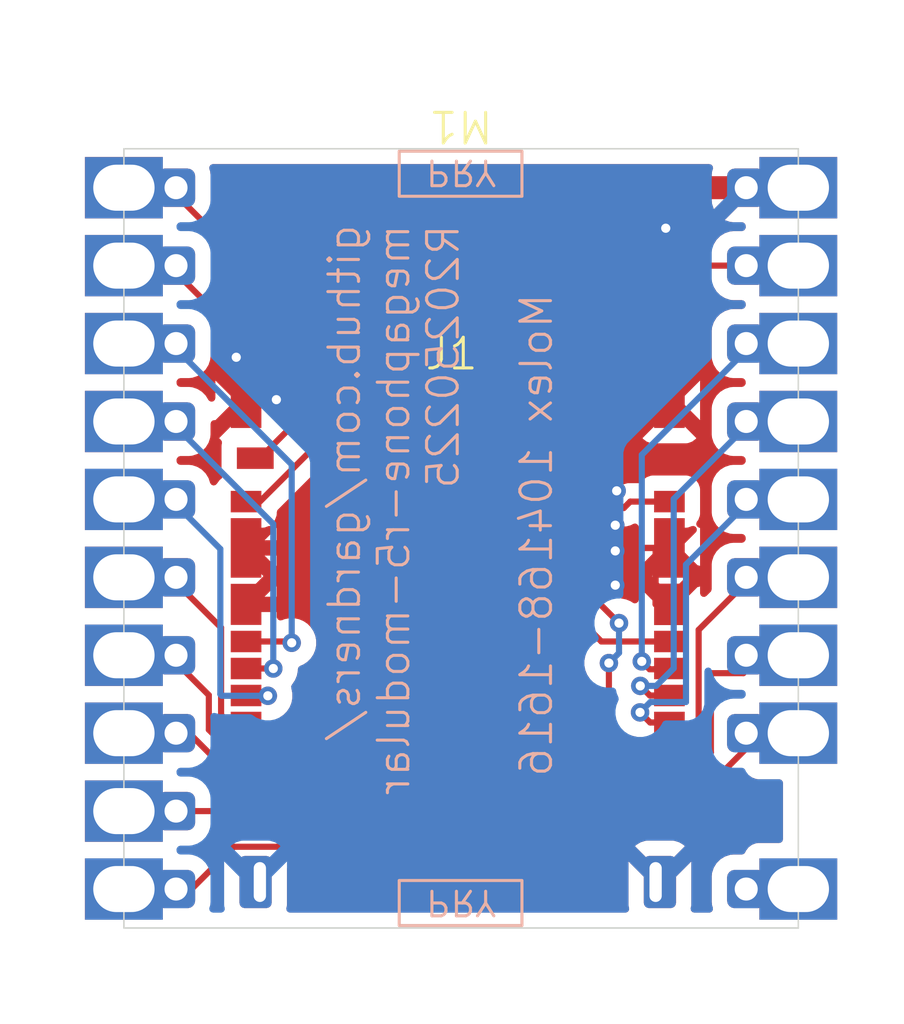
<source format=kicad_pcb>
(kicad_pcb (version 20241229) (generator "pcbnew") (generator_version "9.0")
  (layers (0 "F.Cu" signal) (2 "B.Cu" signal) (13 "F.Paste" user) (15 "B.Paste" user) (5 "F.SilkS" user "F.Silkscreen") (7 "B.SilkS" user "B.Silkscreen") (1 "F.Mask" user) (3 "B.Mask" user) (25 "Edge.Cuts" user))
  (net 0 "")
  (net 1 "SIM_AUX1")
  (net 2 "SD_GND")
  (net 3 "SD_DAT2")
  (net 4 "SIM_CLK")
  (net 5 "SIM_AUX2")
  (net 6 "GND")
  (net 7 "SD_DAT1")
  (net 8 "SD_CD")
  (net 9 "SD_VDD")
  (net 10 "SIM_VCC")
  (net 11 "SD_CLK")
  (net 12 "SIM_GND")
  (net 13 "SIM_VPP")
  (net 14 "SIM_RESET")
  (net 15 "SD_PRESENT")
  (net 16 "SD_CMD")
  (net 17 "SIM_DATA")
  (net 18 "SD_DAT0")
  (footprint "sim-and-sd-card:Molex 104168-1616 SIM and SD Card" (layer "F.Cu") (at 58.132 60.0398)
    (property "Reference" "J1" (at 0 -18.5166 0) (layer "F.SilkS") (effects (font (thickness 0.1))))
    (property "Value" "~")
    (pad "G1" thru_hole roundrect (at -6.2546 -1.3016) (size 1.05 1.7) (drill oval 0.4 1.3 (offset -0.14 0)) (layers "*.Cu" "*.Mask") (roundrect_rratio 0.1640419948) (net 6 "GND"))
    (pad "G2" smd rect (at -6.2546 -10.3516 180) (size 1 1.34) (drill oval (offset 0.45 0)) (layers "F.Cu" "F.Mask" "F.Paste") (net 6 "GND"))
    (pad "G3" smd rect (at -6.2546 -12.1916 180) (size 1 1.94) (drill oval (offset 0.45 0)) (layers "F.Cu" "F.Mask" "F.Paste") (net 6 "GND"))
    (pad "G4" smd rect (at -6.2546 -17.0016 180) (size 1 1.8) (drill oval (offset 0.45 0)) (layers "F.Cu" "F.Mask" "F.Paste") (net 6 "GND"))
    (pad "G5" smd rect (at 6.6554 -17.0016 180) (size 1 1.8) (drill oval (offset -0.45 0)) (layers "F.Cu" "F.Mask" "F.Paste") (net 6 "GND"))
    (pad "G6" smd rect (at 6.6554 -12.1916 180) (size 1 1.94) (drill oval (offset -0.45 0)) (layers "F.Cu" "F.Mask" "F.Paste") (net 6 "GND"))
    (pad "G7" smd rect (at 6.6554 -10.3516 180) (size 1 1.35) (drill oval (offset -0.45 0)) (layers "F.Cu" "F.Mask" "F.Paste") (net 6 "GND"))
    (pad "G8" thru_hole roundrect (at 6.6554 -1.3016 180) (size 1.05 1.7) (drill oval 0.4 1.3 (offset -0.14 0)) (layers "*.Cu" "*.Mask") (roundrect_rratio 0.1640419948) (net 6 "GND"))
    (pad "S/W" smd rect (at -6.2546 -15.1166 180) (size 1.2 0.7) (drill oval (offset 0.15 0)) (layers "F.Cu" "F.Mask" "F.Paste") (net 15 "SD_PRESENT"))
    (pad "S1" smd rect (at 6.6554 -3.8616 180) (size 1 0.7) (drill oval (offset -0.45 0)) (layers "F.Cu" "F.Mask" "F.Paste") (net 10 "SIM_VCC"))
    (pad "S2" smd rect (at 6.6554 -4.7416 180) (size 1 0.7) (drill oval (offset -0.45 0)) (layers "F.Cu" "F.Mask" "F.Paste") (net 14 "SIM_RESET"))
    (pad "S3" smd rect (at -6.2546 -4.7416 180) (size 1 0.7) (drill oval (offset 0.45 0)) (layers "F.Cu" "F.Mask" "F.Paste") (net 4 "SIM_CLK"))
    (pad "S4" smd rect (at -6.2546 -3.8616 180) (size 1 0.7) (drill oval (offset 0.45 0)) (layers "F.Cu" "F.Mask" "F.Paste") (net 1 "SIM_AUX1"))
    (pad "S5" smd rect (at 6.6554 -7.3816 180) (size 1 0.7) (drill oval (offset -0.45 0)) (layers "F.Cu" "F.Mask" "F.Paste") (net 12 "SIM_GND"))
    (pad "S6" smd rect (at 6.6554 -5.6216 180) (size 1 0.7) (drill oval (offset -0.45 0)) (layers "F.Cu" "F.Mask" "F.Paste") (net 13 "SIM_VPP"))
    (pad "S7" smd rect (at -6.2546 -5.6216 180) (size 1 0.7) (drill oval (offset 0.45 0)) (layers "F.Cu" "F.Mask" "F.Paste") (net 17 "SIM_DATA"))
    (pad "S8" smd rect (at -6.2546 -7.3816 180) (size 1 0.7) (drill oval (offset 0.45 0)) (layers "F.Cu" "F.Mask" "F.Paste") (net 5 "SIM_AUX2"))
    (pad "T1" smd rect (at 6.6554 -13.7016 180) (size 1 0.7) (drill oval (offset -0.45 0)) (layers "F.Cu" "F.Mask" "F.Paste") (net 3 "SD_DAT2"))
    (pad "T2" smd rect (at 6.6554 -9.1416 180) (size 1 0.7) (drill oval (offset -0.45 0)) (layers "F.Cu" "F.Mask" "F.Paste") (net 8 "SD_CD"))
    (pad "T3" smd rect (at 6.6554 -8.2616 180) (size 1 0.7) (drill oval (offset -0.45 0)) (layers "F.Cu" "F.Mask" "F.Paste") (net 16 "SD_CMD"))
    (pad "T4" smd rect (at 6.6554 -6.5016 180) (size 1 0.7) (drill oval (offset -0.45 0)) (layers "F.Cu" "F.Mask" "F.Paste") (net 9 "SD_VDD"))
    (pad "T5" smd rect (at -6.2546 -6.5016 180) (size 1 0.7) (drill oval (offset 0.45 0)) (layers "F.Cu" "F.Mask" "F.Paste") (net 11 "SD_CLK"))
    (pad "T6" smd rect (at -6.2546 -8.2616 180) (size 1 0.7) (drill oval (offset 0.45 0)) (layers "F.Cu" "F.Mask" "F.Paste") (net 2 "SD_GND"))
    (pad "T7" smd rect (at -6.2546 -9.1416 180) (size 1 0.7) (drill oval (offset 0.45 0)) (layers "F.Cu" "F.Mask" "F.Paste") (net 18 "SD_DAT0"))
    (pad "T8" smd rect (at -6.2546 -13.7016 180) (size 1 0.7) (drill oval (offset 0.45 0)) (layers "F.Cu" "F.Mask" "F.Paste") (net 7 "SD_DAT1"))
  )
  (footprint "MegaCastle:MegaCastle2x10-Module-I22.0x20.6-MBFFFF-SPAREPAD" (layer "F.Cu") (at 58.4428 47.5368 180)
    (property "Reference" "M1" (at 0.0098 13.4288 180) (layer "F.SilkS") (effects (font (thickness 0.1))))
    (property "Value" "~")
    (fp_rect (start -1.984241 11.151) (end 2.019516 12.62) (stroke (width 0.1)) (fill no) (layer "B.SilkS"))
    (fp_rect (start -1.984241 -11.151) (end 2.019516 -12.62) (stroke (width 0.1)) (fill no) (layer "B.SilkS"))
    (fp_line (start 11 -12.7) (end 11 12.7) (stroke (width 0.05)) (layer "Edge.Cuts"))
    (fp_line (start -11 12.7) (end 11 12.7) (stroke (width 0.05)) (layer "Edge.Cuts"))
    (fp_line (start -11 -12.7) (end 11 -12.7) (stroke (width 0.05)) (layer "Edge.Cuts"))
    (fp_line (start -11 -12.7) (end -11 12.7) (stroke (width 0.05)) (layer "Edge.Cuts"))
    (fp_text user "PRY" (at 0 -11.4 180) (layer "B.SilkS") (effects (font (size 0.8 0.8) (thickness 0.1)) (justify bottom mirror)))
    (fp_text user "PRY" (at 0 12.4 180) (layer "B.SilkS") (effects (font (size 0.8 0.8) (thickness 0.1)) (justify bottom mirror)))
    (pad "1" thru_hole rect (at -11 -11.43 180) (size 2.54 2) (drill oval 2 1.5) (property pad_prop_castellated) (layers "*.Cu" "*.Mask"))
    (pad "1" thru_hole roundrect (at -9.3 -11.43) (size 1.25 1.25) (drill 0.75) (layers "*.Cu" "*.Mask") (roundrect_rratio 0.2))
    (pad "3" thru_hole rect (at -11 -6.35 180) (size 2.54 2) (drill oval 2 1.5) (property pad_prop_castellated) (layers "*.Cu" "*.Mask") (net 10 "SIM_VCC"))
    (pad "3" thru_hole roundrect (at -9.3 -6.35) (size 1.25 1.25) (drill 0.75) (layers "*.Cu" "*.Mask") (roundrect_rratio 0.2) (net 10 "SIM_VCC"))
    (pad "4" thru_hole rect (at -11 -3.81 180) (size 2.54 2) (drill oval 2 1.5) (property pad_prop_castellated) (layers "*.Cu" "*.Mask") (net 14 "SIM_RESET"))
    (pad "4" thru_hole roundrect (at -9.3 -3.81) (size 1.25 1.25) (drill 0.75) (layers "*.Cu" "*.Mask") (roundrect_rratio 0.2) (net 14 "SIM_RESET"))
    (pad "5" thru_hole rect (at -11 -1.27 180) (size 2.54 2) (drill oval 2 1.5) (property pad_prop_castellated) (layers "*.Cu" "*.Mask") (net 13 "SIM_VPP"))
    (pad "5" thru_hole roundrect (at -9.3 -1.27) (size 1.25 1.25) (drill 0.75) (layers "*.Cu" "*.Mask") (roundrect_rratio 0.2) (net 13 "SIM_VPP"))
    (pad "6" thru_hole rect (at -11 1.27 180) (size 2.54 2) (drill oval 2 1.5) (property pad_prop_castellated) (layers "*.Cu" "*.Mask") (net 9 "SD_VDD"))
    (pad "6" thru_hole roundrect (at -9.3 1.27) (size 1.25 1.25) (drill 0.75) (layers "*.Cu" "*.Mask") (roundrect_rratio 0.2) (net 9 "SD_VDD"))
    (pad "7" thru_hole rect (at -11 3.81 180) (size 2.54 2) (drill oval 2 1.5) (property pad_prop_castellated) (layers "*.Cu" "*.Mask") (net 12 "SIM_GND"))
    (pad "7" thru_hole roundrect (at -9.3 3.81) (size 1.25 1.25) (drill 0.75) (layers "*.Cu" "*.Mask") (roundrect_rratio 0.2) (net 12 "SIM_GND"))
    (pad "8" thru_hole rect (at -11 6.35 180) (size 2.54 2) (drill oval 2 1.5) (property pad_prop_castellated) (layers "*.Cu" "*.Mask") (net 16 "SD_CMD"))
    (pad "8" thru_hole roundrect (at -9.3 6.35) (size 1.25 1.25) (drill 0.75) (layers "*.Cu" "*.Mask") (roundrect_rratio 0.2) (net 16 "SD_CMD"))
    (pad "9" thru_hole rect (at -11 8.89 180) (size 2.54 2) (drill oval 2 1.5) (property pad_prop_castellated) (layers "*.Cu" "*.Mask") (net 8 "SD_CD"))
    (pad "9" thru_hole roundrect (at -9.3 8.89) (size 1.25 1.25) (drill 0.75) (layers "*.Cu" "*.Mask") (roundrect_rratio 0.2) (net 8 "SD_CD"))
    (pad "10" thru_hole rect (at -11 11.43 180) (size 2.54 2) (drill oval 2 1.5) (property pad_prop_castellated) (layers "*.Cu" "*.Mask") (net 6 "GND"))
    (pad "10" thru_hole roundrect (at -9.3 11.43) (size 1.25 1.25) (drill 0.75) (layers "*.Cu" "*.Mask") (roundrect_rratio 0.2) (net 6 "GND"))
    (pad "11" thru_hole roundrect (at 9.3 -11.43) (size 1.25 1.25) (drill 0.75) (layers "*.Cu" "*.Mask") (roundrect_rratio 0.2) (net 3 "SD_DAT2"))
    (pad "11" thru_hole rect (at 11 -11.43 180) (size 2.54 2) (drill oval 2 1.5) (property pad_prop_castellated) (layers "*.Cu" "*.Mask") (net 3 "SD_DAT2"))
    (pad "12" thru_hole roundrect (at 9.3 -8.89) (size 1.25 1.25) (drill 0.75) (layers "*.Cu" "*.Mask") (roundrect_rratio 0.2) (net 1 "SIM_AUX1"))
    (pad "12" thru_hole rect (at 11 -8.89 180) (size 2.54 2) (drill oval 2 1.5) (property pad_prop_castellated) (layers "*.Cu" "*.Mask") (net 1 "SIM_AUX1"))
    (pad "13" thru_hole roundrect (at 9.3 -6.35) (size 1.25 1.25) (drill 0.75) (layers "*.Cu" "*.Mask") (roundrect_rratio 0.2) (net 4 "SIM_CLK"))
    (pad "13" thru_hole rect (at 11 -6.35 180) (size 2.54 2) (drill oval 2 1.5) (property pad_prop_castellated) (layers "*.Cu" "*.Mask") (net 4 "SIM_CLK"))
    (pad "14" thru_hole roundrect (at 9.3 -3.81) (size 1.25 1.25) (drill 0.75) (layers "*.Cu" "*.Mask") (roundrect_rratio 0.2) (net 17 "SIM_DATA"))
    (pad "14" thru_hole rect (at 11 -3.81 180) (size 2.54 2) (drill oval 2 1.5) (property pad_prop_castellated) (layers "*.Cu" "*.Mask") (net 17 "SIM_DATA"))
    (pad "15" thru_hole roundrect (at 9.3 -1.27) (size 1.25 1.25) (drill 0.75) (layers "*.Cu" "*.Mask") (roundrect_rratio 0.2) (net 11 "SD_CLK"))
    (pad "15" thru_hole rect (at 11 -1.27 180) (size 2.54 2) (drill oval 2 1.5) (property pad_prop_castellated) (layers "*.Cu" "*.Mask") (net 11 "SD_CLK"))
    (pad "16" thru_hole roundrect (at 9.3 1.27) (size 1.25 1.25) (drill 0.75) (layers "*.Cu" "*.Mask") (roundrect_rratio 0.2) (net 5 "SIM_AUX2"))
    (pad "16" thru_hole rect (at 11 1.27 180) (size 2.54 2) (drill oval 2 1.5) (property pad_prop_castellated) (layers "*.Cu" "*.Mask") (net 5 "SIM_AUX2"))
    (pad "17" thru_hole roundrect (at 9.3 3.81) (size 1.25 1.25) (drill 0.75) (layers "*.Cu" "*.Mask") (roundrect_rratio 0.2) (net 2 "SD_GND"))
    (pad "17" thru_hole rect (at 11 3.81 180) (size 2.54 2) (drill oval 2 1.5) (property pad_prop_castellated) (layers "*.Cu" "*.Mask") (net 2 "SD_GND"))
    (pad "18" thru_hole roundrect (at 9.3 6.35) (size 1.25 1.25) (drill 0.75) (layers "*.Cu" "*.Mask") (roundrect_rratio 0.2) (net 18 "SD_DAT0"))
    (pad "18" thru_hole rect (at 11 6.35 180) (size 2.54 2) (drill oval 2 1.5) (property pad_prop_castellated) (layers "*.Cu" "*.Mask") (net 18 "SD_DAT0"))
    (pad "19" thru_hole roundrect (at 9.3 8.89) (size 1.25 1.25) (drill 0.75) (layers "*.Cu" "*.Mask") (roundrect_rratio 0.2) (net 15 "SD_PRESENT"))
    (pad "19" thru_hole rect (at 11 8.89 180) (size 2.54 2) (drill oval 2 1.5) (property pad_prop_castellated) (layers "*.Cu" "*.Mask") (net 15 "SD_PRESENT"))
    (pad "20" thru_hole roundrect (at 9.3 11.43) (size 1.25 1.25) (drill 0.75) (layers "*.Cu" "*.Mask") (roundrect_rratio 0.2) (net 7 "SD_DAT1"))
    (pad "20" thru_hole rect (at 11 11.43 180) (size 2.54 2) (drill oval 2 1.5) (property pad_prop_castellated) (layers "*.Cu" "*.Mask") (net 7 "SD_DAT1"))
  )
  (gr_text "Molex 104168-1616" (at 61.4854 39.485 90) (layer "B.SilkS") (effects (font (size 1 1) (thickness 0.1)) (justify left bottom mirror)))
  (gr_text "github.com/gardners/\nmegaphone-r5-modular\nR20250225" (at 58.4428 37.2368 90) (layer "B.SilkS") (effects (font (size 1 1) (thickness 0.1)) (justify left bottom mirror)))
  (segment (start 51.8774 56.1782) (end 51.6288 56.4268) (width 0.2) (layer "F.Cu") (net 1))
  (segment (start 51.6288 56.4268) (end 48.6428 56.4268) (width 0.2) (layer "F.Cu") (net 1))
  (segment (start 51.8774 51.7782) (end 52.3156 51.7782) (width 0.2) (layer "F.Cu") (net 2))
  (segment (start 52.3156 51.7782) (end 52.316 51.7786) (width 0.2) (layer "F.Cu") (net 2))
  (via (at 52.316 51.7786) (size 0.6) (drill 0.3) (layers "F.Cu" "B.Cu") (net 2))
  (segment (start 52.316 51.7786) (end 52.316 47.07) (width 0.2) (layer "B.Cu") (net 2))
  (segment (start 52.316 47.07) (end 48.9728 43.7268) (width 0.2) (layer "B.Cu") (net 2))
  (segment (start 48.9728 43.7268) (end 48.6428 43.7268) (width 0.2) (layer "B.Cu") (net 2))
  (segment (start 49.649 58.9668) (end 48.6428 58.9668) (width 0.2) (layer "F.Cu") (net 3))
  (segment (start 61.3146 57.5882) (end 51.0276 57.5882) (width 0.2) (layer "F.Cu") (net 3))
  (segment (start 48.633 58.9668) (end 48.903 58.9668) (width 0.2) (layer "F.Cu") (net 3))
  (segment (start 51.0276 57.5882) (end 49.649 58.9668) (width 0.2) (layer "F.Cu") (net 3))
  (segment (start 64.7874 46.3382) (end 63.95856 46.3382) (width 0.2) (layer "F.Cu") (net 3))
  (segment (start 63.2368 46.5474) (end 62.9122 46.872) (width 0.2) (layer "F.Cu") (net 3))
  (segment (start 63.2634 51.6008) (end 63.2634 55.6394) (width 0.2) (layer "F.Cu") (net 3))
  (segment (start 63.2634 55.6394) (end 61.3146 57.5882) (width 0.2) (layer "F.Cu") (net 3))
  (segment (start 63.95856 46.3382) (end 63.74936 46.5474) (width 0.2) (layer "F.Cu") (net 3))
  (segment (start 62.9122 46.872) (end 62.9122 49.6168) (width 0.2) (layer "F.Cu") (net 3))
  (segment (start 62.9122 49.6168) (end 63.5936 50.2982) (width 0.2) (layer "F.Cu") (net 3))
  (segment (start 63.74936 46.5474) (end 63.2368 46.5474) (width 0.2) (layer "F.Cu") (net 3))
  (via (at 63.5936 50.2982) (size 0.6) (drill 0.3) (layers "F.Cu" "B.Cu") (net 3))
  (via (at 63.2634 51.6008) (size 0.6) (drill 0.3) (layers "F.Cu" "B.Cu") (net 3))
  (segment (start 63.5936 50.2982) (end 63.5936 51.2706) (width 0.2) (layer "B.Cu") (net 3))
  (segment (start 63.5936 51.2706) (end 63.2634 51.6008) (width 0.2) (layer "B.Cu") (net 3))
  (segment (start 49.5728 53.8868) (end 48.6428 53.8868) (width 0.2) (layer "F.Cu") (net 4))
  (segment (start 50.9842 55.2982) (end 49.5728 53.8868) (width 0.2) (layer "F.Cu") (net 4))
  (segment (start 51.8774 55.2982) (end 50.9842 55.2982) (width 0.2) (layer "F.Cu") (net 4))
  (segment (start 51.3922 52.6582) (end 51.3 52.566) (width 0.2) (layer "F.Cu") (net 5))
  (segment (start 51.8774 52.6582) (end 51.3922 52.6582) (width 0.2) (layer "F.Cu") (net 5))
  (segment (start 52.1288 52.6582) (end 52.1382 52.6676) (width 0.2) (layer "F.Cu") (net 5))
  (segment (start 51.8774 52.6582) (end 52.1288 52.6582) (width 0.2) (layer "F.Cu") (net 5))
  (via (at 52.1382 52.6676) (size 0.6) (drill 0.3) (layers "F.Cu" "B.Cu") (net 5))
  (segment (start 48.9728 46.2668) (end 48.6428 46.2668) (width 0.2) (layer "B.Cu") (net 5))
  (segment (start 52.1382 52.6676) (end 50.6396 52.6676) (width 0.2) (layer "B.Cu") (net 5))
  (segment (start 50.5888 52.6168) (end 50.5888 47.8828) (width 0.2) (layer "B.Cu") (net 5))
  (segment (start 50.5888 47.8828) (end 48.9728 46.2668) (width 0.2) (layer "B.Cu") (net 5))
  (segment (start 50.6396 52.6676) (end 50.5888 52.6168) (width 0.2) (layer "B.Cu") (net 5))
  (segment (start 51.8774 49.6882) (end 52.918 49.6882) (width 0.5) (layer "F.Cu") (net 6))
  (segment (start 64.7874 47.8482) (end 63.56948 47.8482) (width 0.2) (layer "F.Cu") (net 6))
  (segment (start 53.0272 47.8416) (end 53.0206 47.8482) (width 0.5) (layer "F.Cu") (net 6))
  (segment (start 63.56948 47.8482) (end 63.4722 47.94548) (width 0.2) (layer "F.Cu") (net 6))
  (segment (start 64.7874 47.8482) (end 64.213 47.8482) (width 0.2) (layer "F.Cu") (net 6))
  (segment (start 51.8774 47.8482) (end 53.0206 47.8482) (width 0.5) (layer "F.Cu") (net 6))
  (segment (start 65.1176 36.828606) (end 65.1176 37.4276) (width 0.75) (layer "F.Cu") (net 6))
  (segment (start 64.7874 49.518) (end 64.6858 49.4164) (width 0.2) (layer "F.Cu") (net 6))
  (segment (start 64.3302 49.0608) (end 63.4722 49.0608) (width 0.2) (layer "F.Cu") (net 6))
  (segment (start 64.7874 47.8482) (end 64.7874 49.6882) (width 0.2) (layer "F.Cu") (net 6))
  (segment (start 51.8774 43.0382) (end 51.8774 42.9834) (width 0.2) (layer "F.Cu") (net 6))
  (segment (start 51.8774 42.9834) (end 51.10742 42.21342) (width 0.2) (layer "F.Cu") (net 6))
  (segment (start 64.6858 49.4164) (end 64.3302 49.0608) (width 0.2) (layer "F.Cu") (net 6))
  (segment (start 51.8774 42.9834) (end 51.7826 42.8886) (width 0.2) (layer "F.Cu") (net 6))
  (segment (start 52.3938 43.0382) (end 52.4164 43.0156) (width 0.2) (layer "F.Cu") (net 6))
  (segment (start 65.839406 36.1068) (end 65.1176 36.828606) (width 0.75) (layer "F.Cu") (net 6))
  (segment (start 64.7874 49.6882) (end 64.7874 49.518) (width 0.2) (layer "F.Cu") (net 6))
  (segment (start 51.10742 42.21342) (end 51.10742 41.63338) (width 0.2) (layer "F.Cu") (net 6))
  (segment (start 68.233 36.1068) (end 65.839406 36.1068) (width 0.75) (layer "F.Cu") (net 6))
  (segment (start 64.213 47.8482) (end 63.4722 47.1074) (width 0.2) (layer "F.Cu") (net 6))
  (segment (start 52.918 49.6882) (end 52.9256 49.6958) (width 0.5) (layer "F.Cu") (net 6))
  (segment (start 51.8774 43.0382) (end 52.3938 43.0382) (width 0.2) (layer "F.Cu") (net 6))
  (via (at 51.10742 41.63338) (size 0.6) (drill 0.3) (layers "F.Cu" "B.Cu") (net 6))
  (via (at 63.4722 49.0608) (size 0.6) (drill 0.3) (layers "F.Cu" "B.Cu") (net 6))
  (via (at 63.5174 45.9874) (size 0.6) (drill 0.3) (layers "F.Cu" "B.Cu") (net 6))
  (via (at 65.1176 37.4276) (size 0.6) (drill 0.3) (layers "F.Cu" "B.Cu") (net 6))
  (via (at 63.4722 47.94548) (size 0.6) (drill 0.3) (layers "F.Cu" "B.Cu") (net 6))
  (via (at 63.4722 47.1074) (size 0.6) (drill 0.3) (layers "F.Cu" "B.Cu") (net 6))
  (via (at 52.4164 43.0156) (size 0.6) (drill 0.3) (layers "F.Cu" "B.Cu") (net 6))
  (segment (start 63.4722 49.0608) (end 63.4722 46.0326) (width 0.2) (layer "B.Cu") (net 6))
  (segment (start 63.4722 46.0326) (end 63.5174 45.9874) (width 0.2) (layer "B.Cu") (net 6))
  (segment (start 48.9128 36.1068) (end 53.5098 40.7038) (width 0.2) (layer "F.Cu") (net 7))
  (segment (start 48.6428 36.1068) (end 48.9128 36.1068) (width 0.2) (layer "F.Cu") (net 7))
  (segment (start 53.5098 40.7038) (end 53.5098 44.7058) (width 0.2) (layer "F.Cu") (net 7))
  (segment (start 53.5098 44.7058) (end 51.8774 46.3382) (width 0.2) (layer "F.Cu") (net 7))
  (segment (start 63.018 50.8982) (end 62.5522 50.4324) (width 0.2) (layer "F.Cu") (net 8))
  (segment (start 62.5522 50.4324) (end 62.5522 40.3486) (width 0.2) (layer "F.Cu") (net 8))
  (segment (start 64.254 38.6468) (end 68.233 38.6468) (width 0.2) (layer "F.Cu") (net 8))
  (segment (start 62.5522 40.3486) (end 64.254 38.6468) (width 0.2) (layer "F.Cu") (net 8))
  (segment (start 64.7874 50.8982) (end 63.018 50.8982) (width 0.2) (layer "F.Cu") (net 8))
  (segment (start 64.7874 53.5382) (end 64.608705 53.5382) (width 0.2) (layer "F.Cu") (net 9))
  (segment (start 64.608705 53.5382) (end 64.27948 53.208975) (width 0.2) (layer "F.Cu") (net 9))
  (via (at 64.27948 53.208975) (size 0.6) (drill 0.3) (layers "F.Cu" "B.Cu") (net 9))
  (segment (start 67.903 46.2668) (end 68.233 46.2668) (width 0.2) (layer "B.Cu") (net 9))
  (segment (start 64.617655 52.8708) (end 65.778 52.8708) (width 0.2) (layer "B.Cu") (net 9))
  (segment (start 65.778 52.8708) (end 65.778 48.3918) (width 0.2) (layer "B.Cu") (net 9))
  (segment (start 65.778 48.3918) (end 67.903 46.2668) (width 0.2) (layer "B.Cu") (net 9))
  (segment (start 64.27948 53.208975) (end 64.617655 52.8708) (width 0.2) (layer "B.Cu") (net 9))
  (segment (start 64.7874 56.1782) (end 65.9514 56.1782) (width 0.2) (layer "F.Cu") (net 10))
  (segment (start 65.9514 56.1782) (end 68.2428 53.8868) (width 0.2) (layer "F.Cu") (net 10))
  (segment (start 50.6128 53.2936) (end 50.6128 50.4468) (width 0.2) (layer "F.Cu") (net 11))
  (segment (start 51.8774 53.5382) (end 50.8574 53.5382) (width 0.2) (layer "F.Cu") (net 11))
  (segment (start 50.8574 53.5382) (end 50.6128 53.2936) (width 0.2) (layer "F.Cu") (net 11))
  (segment (start 50.6128 50.4468) (end 48.9728 48.8068) (width 0.2) (layer "F.Cu") (net 11))
  (segment (start 48.9728 48.8068) (end 48.6428 48.8068) (width 0.2) (layer "F.Cu") (net 11))
  (segment (start 64.7874 52.6582) (end 64.600004 52.6582) (width 0.2) (layer "F.Cu") (net 12))
  (segment (start 64.600004 52.6582) (end 64.286884 52.34508) (width 0.2) (layer "F.Cu") (net 12))
  (via (at 64.286884 52.34508) (size 0.6) (drill 0.3) (layers "F.Cu" "B.Cu") (net 12))
  (segment (start 65.378 46.2518) (end 67.903 43.7268) (width 0.2) (layer "B.Cu") (net 12))
  (segment (start 64.80512 52.34508) (end 65.378 51.7722) (width 0.2) (layer "B.Cu") (net 12))
  (segment (start 67.903 43.7268) (end 68.233 43.7268) (width 0.2) (layer "B.Cu") (net 12))
  (segment (start 64.286884 52.34508) (end 64.80512 52.34508) (width 0.2) (layer "B.Cu") (net 12))
  (segment (start 65.378 51.7722) (end 65.378 46.2518) (width 0.2) (layer "B.Cu") (net 12))
  (segment (start 66.1908 54.0348) (end 66.1908 50.519) (width 0.2) (layer "F.Cu") (net 13))
  (segment (start 64.7874 54.4182) (end 65.8074 54.4182) (width 0.2) (layer "F.Cu") (net 13))
  (segment (start 67.903 48.8068) (end 68.233 48.8068) (width 0.2) (layer "F.Cu") (net 13))
  (segment (start 66.1908 50.519) (end 67.903 48.8068) (width 0.2) (layer "F.Cu") (net 13))
  (segment (start 65.8074 54.4182) (end 66.1908 54.0348) (width 0.2) (layer "F.Cu") (net 13))
  (segment (start 66.5908 51.931) (end 67.6488 51.931) (width 0.2) (layer "F.Cu") (net 14))
  (segment (start 67.6488 51.931) (end 68.233 51.3468) (width 0.2) (layer "F.Cu") (net 14))
  (segment (start 66.5908 54.5148) (end 66.5908 51.931) (width 0.2) (layer "F.Cu") (net 14))
  (segment (start 64.7874 55.2982) (end 65.8074 55.2982) (width 0.2) (layer "F.Cu") (net 14))
  (segment (start 65.8074 55.2982) (end 66.5908 54.5148) (width 0.2) (layer "F.Cu") (net 14))
  (segment (start 52.9764 43.8242) (end 52.9764 42.7104) (width 0.2) (layer "F.Cu") (net 15))
  (segment (start 52.9764 42.7104) (end 48.9128 38.6468) (width 0.2) (layer "F.Cu") (net 15))
  (segment (start 51.8774 44.9232) (end 52.9764 43.8242) (width 0.2) (layer "F.Cu") (net 15))
  (segment (start 48.9128 38.6468) (end 48.6428 38.6468) (width 0.2) (layer "F.Cu") (net 15))
  (segment (start 64.7874 51.7782) (end 65.0156 51.7782) (width 0.2) (layer "F.Cu") (net 16))
  (segment (start 64.593603 51.804) (end 64.336204 51.546601) (width 0.2) (layer "F.Cu") (net 16))
  (segment (start 65.0156 51.7782) (end 65.0414 51.804) (width 0.2) (layer "F.Cu") (net 16))
  (segment (start 65.0414 51.804) (end 64.593603 51.804) (width 0.2) (layer "F.Cu") (net 16))
  (via (at 64.336204 51.546601) (size 0.6) (drill 0.3) (layers "F.Cu" "B.Cu") (net 16))
  (segment (start 67.963 41.1868) (end 68.233 41.1868) (width 0.2) (layer "B.Cu") (net 16))
  (segment (start 64.336204 44.813596) (end 67.963 41.1868) (width 0.2) (layer "B.Cu") (net 16))
  (segment (start 64.336204 51.546601) (end 64.336204 44.813596) (width 0.2) (layer "B.Cu") (net 16))
  (segment (start 50.8574 54.4182) (end 50.2128 53.7736) (width 0.2) (layer "F.Cu") (net 17))
  (segment (start 51.8774 54.4182) (end 50.8574 54.4182) (width 0.2) (layer "F.Cu") (net 17))
  (segment (start 48.9128 51.3468) (end 48.6428 51.3468) (width 0.2) (layer "F.Cu") (net 17))
  (segment (start 50.2128 52.6468) (end 48.9128 51.3468) (width 0.2) (layer "F.Cu") (net 17))
  (segment (start 50.2128 53.7736) (end 50.2128 52.6468) (width 0.2) (layer "F.Cu") (net 17))
  (segment (start 51.8774 50.8982) (end 51.588 50.8982) (width 0.2) (layer "F.Cu") (net 18))
  (segment (start 51.8774 50.8982) (end 52.8738 50.8982) (width 0.2) (layer "F.Cu") (net 18))
  (segment (start 52.8738 50.8982) (end 52.916 50.9404) (width 0.2) (layer "F.Cu") (net 18))
  (segment (start 51.588 50.8982) (end 51.5032 50.8134) (width 0.2) (layer "F.Cu") (net 18))
  (via (at 52.916 50.9404) (size 0.6) (drill 0.3) (layers "F.Cu" "B.Cu") (net 18))
  (segment (start 48.9728 41.1868) (end 48.6428 41.1868) (width 0.2) (layer "B.Cu") (net 18))
  (segment (start 52.916 45.13) (end 48.9728 41.1868) (width 0.2) (layer "B.Cu") (net 18))
  (segment (start 52.916 50.9404) (end 52.916 45.13) (width 0.2) (layer "B.Cu") (net 18))
  (zone (net 6) (net_name "GND") (layers "F.Cu" "B.Cu") (connect_pads (clearance 0.5)) (min_thickness 0.25) (fill yes (thermal_gap 0.5) (thermal_bridge_width 0.5))
    (polygon (pts (xy 43.7562 32.9826) (xy 43.4006 62.8022) (xy 72.89 62.98) (xy 72.7884 32.9826)))
  )
)
</source>
